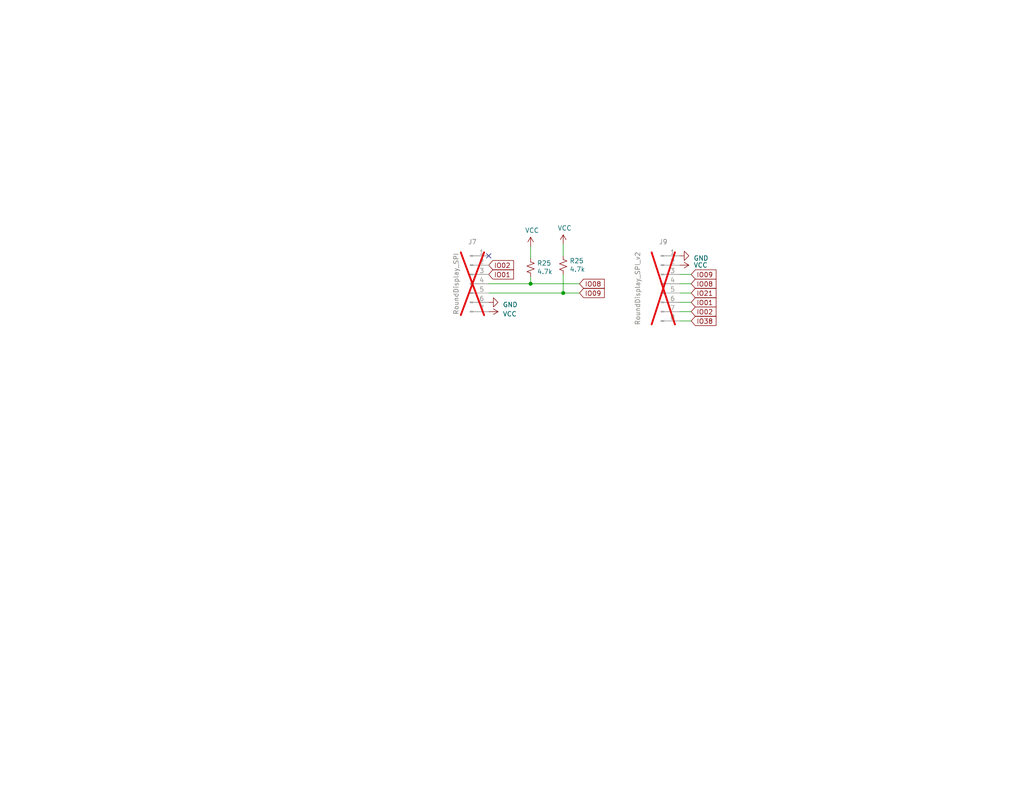
<source format=kicad_sch>
(kicad_sch (version 20230121) (generator eeschema)
  (paper "USLetter")
  (lib_symbols
    (symbol "BadgePirates:R_4.7k_1206" (pin_numbers hide) (pin_names (offset 0.254) hide)
      (property "Reference" "R26" (at 1.7272 1.1684 0))
      (property "Value" "4.7k" (at 1.7272 -1.143 0))
      (symbol "R_4.7k_1206_1_1"
        (polyline (pts (xy 0 0) (xy 1.016 -0.381) (xy 0 -0.762) (xy -1.016 -1.143) (xy 0 -1.524)))
        (polyline (pts (xy 0 1.524) (xy 1.016 1.143) (xy 0 0.762) (xy -1.016 0.381) (xy 0 0)))
        (pin passive line (at 0 2.54 270) (length 1.016) (name "~") (number "1"))
        (pin passive line (at 0 -2.54 90) (length 1.016) (name "~") (number "2"))
      )
    )
    (symbol "Connector:Conn_01x07_Pin" (pin_names (offset 1.016) hide)
      (property "Reference" "J" (at 0 10.16 0))
      (property "Value" "Conn_01x07_Pin" (at 0 -10.16 0))
      (symbol "Conn_01x07_Pin_1_1"
        (polyline (pts (xy 1.27 -7.62) (xy 0.8636 -7.62)) (stroke (width 0.1524)))
        (polyline (pts (xy 1.27 -5.08) (xy 0.8636 -5.08)) (stroke (width 0.1524)))
        (polyline (pts (xy 1.27 -2.54) (xy 0.8636 -2.54)) (stroke (width 0.1524)))
        (polyline (pts (xy 1.27 0) (xy 0.8636 0)) (stroke (width 0.1524)))
        (polyline (pts (xy 1.27 2.54) (xy 0.8636 2.54)) (stroke (width 0.1524)))
        (polyline (pts (xy 1.27 5.08) (xy 0.8636 5.08)) (stroke (width 0.1524)))
        (polyline (pts (xy 1.27 7.62) (xy 0.8636 7.62)) (stroke (width 0.1524)))
        (rectangle (start 0.8636 -7.493) (end 0 -7.747) (stroke (width 0.1524)) (fill (type outline)))
        (rectangle (start 0.8636 -4.953) (end 0 -5.207) (stroke (width 0.1524)) (fill (type outline)))
        (rectangle (start 0.8636 -2.413) (end 0 -2.667) (stroke (width 0.1524)) (fill (type outline)))
        (rectangle (start 0.8636 0.127) (end 0 -0.127) (stroke (width 0.1524)) (fill (type outline)))
        (rectangle (start 0.8636 2.667) (end 0 2.413) (stroke (width 0.1524)) (fill (type outline)))
        (rectangle (start 0.8636 5.207) (end 0 4.953) (stroke (width 0.1524)) (fill (type outline)))
        (rectangle (start 0.8636 7.747) (end 0 7.493) (stroke (width 0.1524)) (fill (type outline)))
        (pin passive line (at 5.08 7.62 180) (length 3.81) (name "Pin_1") (number "1"))
        (pin passive line (at 5.08 5.08 180) (length 3.81) (name "Pin_2") (number "2"))
        (pin passive line (at 5.08 2.54 180) (length 3.81) (name "Pin_3") (number "3"))
        (pin passive line (at 5.08 0 180) (length 3.81) (name "Pin_4") (number "4"))
        (pin passive line (at 5.08 -2.54 180) (length 3.81) (name "Pin_5") (number "5"))
        (pin passive line (at 5.08 -5.08 180) (length 3.81) (name "Pin_6") (number "6"))
        (pin passive line (at 5.08 -7.62 180) (length 3.81) (name "Pin_7") (number "7"))
      )
    )
    (symbol "Connector:Conn_01x08_Pin" (pin_names (offset 1.016) hide)
      (property "Reference" "J" (at 0 10.16 0))
      (property "Value" "Conn_01x08_Pin" (at 0 -12.7 0))
      (symbol "Conn_01x08_Pin_1_1"
        (polyline (pts (xy 1.27 -10.16) (xy 0.8636 -10.16)) (stroke (width 0.1524)))
        (polyline (pts (xy 1.27 -7.62) (xy 0.8636 -7.62)) (stroke (width 0.1524)))
        (polyline (pts (xy 1.27 -5.08) (xy 0.8636 -5.08)) (stroke (width 0.1524)))
        (polyline (pts (xy 1.27 -2.54) (xy 0.8636 -2.54)) (stroke (width 0.1524)))
        (polyline (pts (xy 1.27 0) (xy 0.8636 0)) (stroke (width 0.1524)))
        (polyline (pts (xy 1.27 2.54) (xy 0.8636 2.54)) (stroke (width 0.1524)))
        (polyline (pts (xy 1.27 5.08) (xy 0.8636 5.08)) (stroke (width 0.1524)))
        (polyline (pts (xy 1.27 7.62) (xy 0.8636 7.62)) (stroke (width 0.1524)))
        (rectangle (start 0.8636 -10.033) (end 0 -10.287) (stroke (width 0.1524)) (fill (type outline)))
        (rectangle (start 0.8636 -7.493) (end 0 -7.747) (stroke (width 0.1524)) (fill (type outline)))
        (rectangle (start 0.8636 -4.953) (end 0 -5.207) (stroke (width 0.1524)) (fill (type outline)))
        (rectangle (start 0.8636 -2.413) (end 0 -2.667) (stroke (width 0.1524)) (fill (type outline)))
        (rectangle (start 0.8636 0.127) (end 0 -0.127) (stroke (width 0.1524)) (fill (type outline)))
        (rectangle (start 0.8636 2.667) (end 0 2.413) (stroke (width 0.1524)) (fill (type outline)))
        (rectangle (start 0.8636 5.207) (end 0 4.953) (stroke (width 0.1524)) (fill (type outline)))
        (rectangle (start 0.8636 7.747) (end 0 7.493) (stroke (width 0.1524)) (fill (type outline)))
        (pin passive line (at 5.08 7.62 180) (length 3.81) (name "Pin_1") (number "1"))
        (pin passive line (at 5.08 5.08 180) (length 3.81) (name "Pin_2") (number "2"))
        (pin passive line (at 5.08 2.54 180) (length 3.81) (name "Pin_3") (number "3"))
        (pin passive line (at 5.08 0 180) (length 3.81) (name "Pin_4") (number "4"))
        (pin passive line (at 5.08 -2.54 180) (length 3.81) (name "Pin_5") (number "5"))
        (pin passive line (at 5.08 -5.08 180) (length 3.81) (name "Pin_6") (number "6"))
        (pin passive line (at 5.08 -7.62 180) (length 3.81) (name "Pin_7") (number "7"))
        (pin passive line (at 5.08 -10.16 180) (length 3.81) (name "Pin_8") (number "8"))
      )
    )
    (symbol "GND_1" (power) (pin_names (offset 0))
      (property "Value" "GND_1" (at 0 -3.81 0))
      (symbol "GND_1_0_1"
        (polyline (pts (xy 0 0) (xy 0 -1.27) (xy 1.27 -1.27) (xy 0 -2.54) (xy -1.27 -1.27) (xy 0 -1.27)))
      )
      (symbol "GND_1_1_1"
        (pin power_in line (at 0 0 270) (length 0) hide (name "GND") (number "1"))
      )
    )
    (symbol "VCC_1" (power) (pin_names (offset 0))
      (property "Value" "VCC_1" (at 0 3.81 0))
      (symbol "VCC_1_0_1"
        (polyline (pts (xy -0.762 1.27) (xy 0 2.54)))
        (polyline (pts (xy 0 0) (xy 0 2.54)))
        (polyline (pts (xy 0 2.54) (xy 0.762 1.27)))
      )
      (symbol "VCC_1_1_1"
        (pin power_in line (at 0 0 90) (length 0) hide (name "VCC") (number "1"))
      )
    )
    (symbol "power:VCC" (power) (pin_names (offset 0))
      (property "Value" "VCC" (at 0 3.81 0))
      (symbol "VCC_0_1"
        (polyline (pts (xy -0.762 1.27) (xy 0 2.54)))
        (polyline (pts (xy 0 0) (xy 0 2.54)))
        (polyline (pts (xy 0 2.54) (xy 0.762 1.27)))
      )
      (symbol "VCC_1_1"
        (pin power_in line (at 0 0 90) (length 0) hide (name "VCC") (number "1"))
      )
    )
  )
  (junction (at 153.67 80.01))
  (junction (at 144.78 77.47))
  (no_connect (at 133.35 69.85))
  (wire (pts (xy 153.67 66.675) (xy 153.67 69.85)))
  (wire (pts (xy 188.595 85.09) (xy 185.42 85.09)))
  (wire (pts (xy 188.595 77.47) (xy 185.42 77.47)))
  (wire (pts (xy 188.595 74.93) (xy 185.42 74.93)))
  (wire (pts (xy 144.78 75.565) (xy 144.78 77.47)))
  (wire (pts (xy 153.67 74.93) (xy 153.67 80.01)))
  (wire (pts (xy 144.78 67.31) (xy 144.78 70.485)))
  (wire (pts (xy 153.67 80.01) (xy 133.35 80.01)))
  (wire (pts (xy 188.595 87.63) (xy 185.42 87.63)))
  (wire (pts (xy 188.595 82.55) (xy 185.42 82.55)))
  (wire (pts (xy 158.115 80.01) (xy 153.67 80.01)))
  (wire (pts (xy 144.78 77.47) (xy 133.35 77.47)))
  (wire (pts (xy 158.115 77.47) (xy 144.78 77.47)))
  (wire (pts (xy 188.595 80.01) (xy 185.42 80.01)))
  (global_label "IO02" (shape input) (at 133.35 72.39 0) (property "Intersheetrefs" "${INTERSHEET_REFS}" (effects hide)))
  (global_label "IO38" (shape input) (at 188.595 87.63 0) (property "Intersheetrefs" "${INTERSHEET_REFS}" (effects hide)))
  (global_label "IO21" (shape input) (at 188.595 80.01 0) (property "Intersheetrefs" "${INTERSHEET_REFS}" (effects hide)))
  (global_label "IO01" (shape input) (at 188.595 82.55 0) (property "Intersheetrefs" "${INTERSHEET_REFS}" (effects hide)))
  (global_label "IO09" (shape input) (at 188.595 74.93 0) (property "Intersheetrefs" "${INTERSHEET_REFS}" (effects hide)))
  (global_label "IO08" (shape input) (at 158.115 77.47 0) (property "Intersheetrefs" "${INTERSHEET_REFS}" (effects hide)))
  (global_label "IO08" (shape input) (at 188.595 77.47 0) (property "Intersheetrefs" "${INTERSHEET_REFS}" (effects hide)))
  (global_label "IO01" (shape input) (at 133.35 74.93 0) (property "Intersheetrefs" "${INTERSHEET_REFS}" (effects hide)))
  (global_label "IO09" (shape input) (at 158.115 80.01 0) (property "Intersheetrefs" "${INTERSHEET_REFS}" (effects hide)))
  (global_label "IO02" (shape input) (at 188.595 85.09 0) (property "Intersheetrefs" "${INTERSHEET_REFS}" (effects hide)))
  (symbol (lib_name "VCC_1") (lib_id "power:VCC") (at 185.42 72.39 270) (unit 1)
    (property "Reference" "#PWR068" (effects hide))
    (property "Value" "VCC" (at 189.23 72.39 90) (effects (justify left)))
  )
  (symbol (lib_id "power:VCC") (at 144.78 67.31 0) (unit 1)
    (property "Reference" "#PWR027" (effects hide))
    (property "Value" "VCC" (at 145.161 62.9158 0))
    (instances (project "ProjectNeoRogue" (path "" (reference "#PWR027") (unit 1)) (path "" (reference "#PWR028") (unit 1))))
  )
  (symbol (lib_id "Connector:Conn_01x08_Pin") (at 180.34 77.47 0) (unit 1) (in_bom no) (dnp yes)
    (property "Reference" "J9" (at 180.975 66.04 0))
    (property "Value" "RoundDisplay_SPI_v2" (at 173.99 78.74 90))
    (property "Footprint" "Connector_PinSocket_2.54mm:PinSocket_1x08_P2.54mm_Vertical" (effects hide))
  )
  (symbol (lib_id "Connector:Conn_01x07_Pin") (at 128.27 77.47 0) (unit 1) (dnp yes)
    (property "Reference" "J7" (at 128.905 66.04 0))
    (property "Value" "RoundDisplay_SPI" (at 124.46 77.47 90))
    (property "Footprint" "Connector_PinSocket_2.54mm:PinSocket_1x07_P2.54mm_Vertical" (effects hide))
  )
  (symbol (lib_id "BadgePirates:R_4.7k_1206") (at 153.67 72.39 0) (unit 1)
    (property "Reference" "R25" (at 155.3972 71.2216 0) (effects (justify left)))
    (property "Value" "4.7k" (at 155.3972 73.533 0) (effects (justify left)))
    (property "Footprint" "BadgePirates:R_1206_3216Metric" (effects hide))
    (property "Datasheet" "https://datasheet.lcsc.com/lcsc/2210181830_YAGEO-RT1206FRE074K7L_C872804.pdf" (effects hide))
    (property "MFG" "YAGEO" (effects hide))
    (property "MFG_PN" "RT1206FRE074K7L" (effects hide))
    (property "Vendor1" "LCSC" (effects hide))
    (property "Vendor1_PN" "C872804" (effects hide))
    (property "Vendor1_URL" "https://www.lcsc.com/product-detail/Chip-Resistor-Surface-Mount_YAGEO-RT1206FRE074K7L_C872804.html" (effects hide))
    (instances (project "ProjectNeoRogue" (path "" (reference "R25") (unit 1)) (path "" (reference "R27") (unit 1))))
  )
  (symbol (lib_id "BadgePirates:R_4.7k_1206") (at 144.78 73.025 0) (unit 1)
    (property "Reference" "R25" (at 146.5072 71.8566 0) (effects (justify left)))
    (property "Value" "4.7k" (at 146.5072 74.168 0) (effects (justify left)))
    (property "Footprint" "BadgePirates:R_1206_3216Metric" (effects hide))
    (property "Datasheet" "https://datasheet.lcsc.com/lcsc/2210181830_YAGEO-RT1206FRE074K7L_C872804.pdf" (effects hide))
    (property "MFG" "YAGEO" (effects hide))
    (property "MFG_PN" "RT1206FRE074K7L" (effects hide))
    (property "Vendor1" "LCSC" (effects hide))
    (property "Vendor1_PN" "C872804" (effects hide))
    (property "Vendor1_URL" "https://www.lcsc.com/product-detail/Chip-Resistor-Surface-Mount_YAGEO-RT1206FRE074K7L_C872804.html" (effects hide))
    (instances (project "ProjectNeoRogue" (path "" (reference "R25") (unit 1)) (path "" (reference "R23") (unit 1))))
  )
  (symbol (lib_name "GND_1") (lib_id "power:GND") (at 133.35 82.55 90) (unit 1)
    (property "Reference" "#PWR065" (effects hide))
    (property "Value" "GND" (at 137.16 83.185 90) (effects (justify right)))
  )
  (symbol (lib_name "VCC_1") (lib_id "power:VCC") (at 133.35 85.09 270) (unit 1)
    (property "Reference" "#PWR066" (effects hide))
    (property "Value" "VCC" (at 137.16 85.725 90) (effects (justify left)))
  )
  (symbol (lib_id "power:VCC") (at 153.67 66.675 0) (unit 1)
    (property "Reference" "#PWR027" (effects hide))
    (property "Value" "VCC" (at 154.051 62.2808 0))
    (instances (project "ProjectNeoRogue" (path "" (reference "#PWR027") (unit 1)) (path "" (reference "#PWR032") (unit 1))))
  )
  (symbol (lib_name "GND_1") (lib_id "power:GND") (at 185.42 69.85 90) (unit 1)
    (property "Reference" "#PWR067" (effects hide))
    (property "Value" "GND" (at 189.23 70.485 90) (effects (justify right)))
  )
)
</source>
